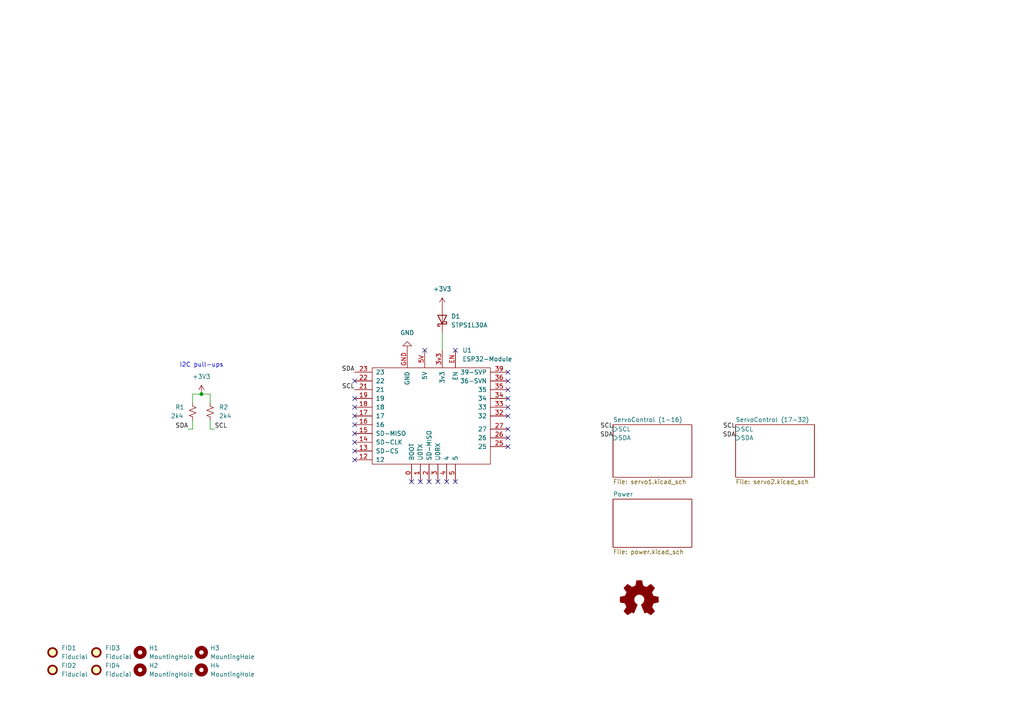
<source format=kicad_sch>
(kicad_sch (version 20211123) (generator eeschema)
  (paper "A4")
  (lib_symbols
    (symbol "Device:D_Schottky" (pin_numbers hide) (pin_names (offset 1.016) hide)
      (property "Reference" "D" (at 0 2.54 0))
      (property "Value" "D_Schottky" (at 0 -2.54 0))
      (symbol "D_Schottky_0_1"
        (polyline (pts (xy 1.27 0) (xy -1.27 0)))
        (polyline (pts (xy 1.27 1.27) (xy 1.27 -1.27) (xy -1.27 0) (xy 1.27 1.27)) (stroke (width 0.254)))
        (polyline (pts (xy -1.905 0.635) (xy -1.905 1.27) (xy -1.27 1.27) (xy -1.27 -1.27) (xy -0.635 -1.27) (xy -0.635 -0.635)) (stroke (width 0.254)))
      )
      (symbol "D_Schottky_1_1"
        (pin passive line (at -3.81 0 0) (length 2.54) (name "K") (number "1"))
        (pin passive line (at 3.81 0 180) (length 2.54) (name "A") (number "2"))
      )
    )
    (symbol "Device:R_Small_US" (pin_numbers hide) (pin_names (offset 0.254) hide)
      (property "Reference" "R" (at 0.762 0.508 0))
      (property "Value" "R_Small_US" (at 0.762 -1.016 0))
      (symbol "R_Small_US_1_1"
        (polyline (pts (xy 0 0) (xy 1.016 -0.381) (xy 0 -0.762) (xy -1.016 -1.143) (xy 0 -1.524)))
        (polyline (pts (xy 0 1.524) (xy 1.016 1.143) (xy 0 0.762) (xy -1.016 0.381) (xy 0 0)))
        (pin passive line (at 0 2.54 270) (length 1.016) (name "~") (number "1"))
        (pin passive line (at 0 -2.54 90) (length 1.016) (name "~") (number "2"))
      )
    )
    (symbol "Graphic:Logo_Open_Hardware_Small" (pin_names (offset 1.016))
      (symbol "Logo_Open_Hardware_Small_0_1"
        (polyline (pts (xy 3.3528 -4.3434) (xy 3.302 -4.318) (xy 3.175 -4.2418) (xy 2.9972 -4.1148) (xy 2.7686 -3.9624) (xy 2.54 -3.81) (xy 2.3622 -3.7084) (xy 2.2352 -3.6068) (xy 2.1844 -3.5814) (xy 2.159 -3.6068) (xy 2.0574 -3.6576) (xy 1.905 -3.7338) (xy 1.8034 -3.7846) (xy 1.6764 -3.8354) (xy 1.6002 -3.8354) (xy 1.6002 -3.8354) (xy 1.5494 -3.7338) (xy 1.4732 -3.5306) (xy 1.3462 -3.302) (xy 1.2446 -3.0226) (xy 1.1176 -2.7178) (xy 0.9652 -2.413) (xy 0.8636 -2.1082) (xy 0.7366 -1.8288) (xy 0.6604 -1.6256) (xy 0.6096 -1.4732) (xy 0.5842 -1.397) (xy 0.5842 -1.397) (xy 0.6604 -1.3208) (xy 0.7874 -1.2446) (xy 1.0414 -1.016) (xy 1.2954 -0.6858) (xy 1.4478 -0.3302) (xy 1.524 0.0762) (xy 1.4732 0.4572) (xy 1.3208 0.8128) (xy 1.0668 1.143) (xy 0.762 1.3716) (xy 0.4064 1.524) (xy 0 1.5748) (xy -0.381 1.5494) (xy -0.7366 1.397) (xy -1.0668 1.143) (xy -1.2192 0.9906) (xy -1.397 0.6604) (xy -1.524 0.3048) (xy -1.524 0.2286) (xy -1.4986 -0.1778) (xy -1.397 -0.5334) (xy -1.1938 -0.8636) (xy -0.9144 -1.143) (xy -0.8636 -1.1684) (xy -0.7366 -1.27) (xy -0.635 -1.3462) (xy -0.5842 -1.397) (xy -1.0668 -2.5908) (xy -1.143 -2.794) (xy -1.2954 -3.1242) (xy -1.397 -3.4036) (xy -1.4986 -3.6322) (xy -1.5748 -3.7846) (xy -1.6002 -3.8354) (xy -1.6002 -3.8354) (xy -1.651 -3.8354) (xy -1.7272 -3.81) (xy -1.905 -3.7338) (xy -2.0066 -3.683) (xy -2.1336 -3.6068) (xy -2.2098 -3.5814) (xy -2.2606 -3.6068) (xy -2.3622 -3.683) (xy -2.54 -3.81) (xy -2.7686 -3.9624) (xy -2.9718 -4.0894) (xy -3.1496 -4.2164) (xy -3.302 -4.318) (xy -3.3528 -4.3434) (xy -3.3782 -4.3434) (xy -3.429 -4.318) (xy -3.5306 -4.2164) (xy -3.7084 -4.064) (xy -3.937 -3.8354) (xy -3.9624 -3.81) (xy -4.1656 -3.6068) (xy -4.318 -3.4544) (xy -4.4196 -3.3274) (xy -4.445 -3.2766) (xy -4.445 -3.2766) (xy -4.4196 -3.2258) (xy -4.318 -3.0734) (xy -4.2164 -2.8956) (xy -4.064 -2.667) (xy -3.6576 -2.0828) (xy -3.8862 -1.5494) (xy -3.937 -1.3716) (xy -4.0386 -1.1684) (xy -4.0894 -1.0414) (xy -4.1148 -0.9652) (xy -4.191 -0.9398) (xy -4.318 -0.9144) (xy -4.5466 -0.8636) (xy -4.8006 -0.8128) (xy -5.0546 -0.7874) (xy -5.2578 -0.7366) (xy -5.4356 -0.7112) (xy -5.5118 -0.6858) (xy -5.5118 -0.6858) (xy -5.5372 -0.635) (xy -5.5372 -0.5588) (xy -5.5372 -0.4318) (xy -5.5626 -0.2286) (xy -5.5626 0.0762) (xy -5.5626 0.127) (xy -5.5372 0.4064) (xy -5.5372 0.635) (xy -5.5372 0.762) (xy -5.5372 0.8382) (xy -5.5372 0.8382) (xy -5.461 0.8382) (xy -5.3086 0.889) (xy -5.08 0.9144) (xy -4.826 0.9652) (xy -4.8006 0.9906) (xy -4.5466 1.0414) (xy -4.318 1.0668) (xy -4.1656 1.1176) (xy -4.0894 1.143) (xy -4.0894 1.143) (xy -4.0386 1.2446) (xy -3.9624 1.4224) (xy -3.8608 1.6256) (xy -3.7846 1.8288) (xy -3.7084 2.0066) (xy -3.6576 2.159) (xy -3.6322 2.2098) (xy -3.6322 2.2098) (xy -3.683 2.286) (xy -3.7592 2.413) (xy -3.8862 2.5908) (xy -4.064 2.8194) (xy -4.064 2.8448) (xy -4.2164 3.0734) (xy -4.3434 3.2512) (xy -4.4196 3.3782) (xy -4.445 3.4544) (xy -4.445 3.4544) (xy -4.3942 3.5052) (xy -4.2926 3.6322) (xy -4.1148 3.81) (xy -3.937 4.0132) (xy -3.8608 4.064) (xy -3.6576 4.2926) (xy -3.5052 4.4196) (xy -3.4036 4.4958) (xy -3.3528 4.5212) (xy -3.3528 4.5212) (xy -3.302 4.4704) (xy -3.1496 4.3688) (xy -2.9718 4.2418) (xy -2.7432 4.0894) (xy -2.7178 4.0894) (xy -2.4892 3.937) (xy -2.3114 3.81) (xy -2.1844 3.7084) (xy -2.1336 3.683) (xy -2.1082 3.683) (xy -2.032 3.7084) (xy -1.8542 3.7592) (xy -1.6764 3.8354) (xy -1.4732 3.937) (xy -1.27 4.0132) (xy -1.143 4.064) (xy -1.0668 4.1148) (xy -1.0668 4.1148) (xy -1.0414 4.191) (xy -1.016 4.3434) (xy -0.9652 4.572) (xy -0.9144 4.8514) (xy -0.889 4.9022) (xy -0.8382 5.1562) (xy -0.8128 5.3848) (xy -0.7874 5.5372) (xy -0.762 5.588) (xy -0.7112 5.6134) (xy -0.5842 5.6134) (xy -0.4064 5.6134) (xy -0.1524 5.6134) (xy 0.0762 5.6134) (xy 0.3302 5.6134) (xy 0.5334 5.6134) (xy 0.6858 5.588) (xy 0.7366 5.588) (xy 0.7366 5.588) (xy 0.762 5.5118) (xy 0.8128 5.334) (xy 0.8382 5.1054) (xy 0.9144 4.826) (xy 0.9144 4.7752) (xy 0.9652 4.5212) (xy 1.016 4.2926) (xy 1.0414 4.1402) (xy 1.0668 4.0894) (xy 1.0668 4.0894) (xy 1.1938 4.0386) (xy 1.3716 3.9624) (xy 1.5748 3.8608) (xy 2.0828 3.6576) (xy 2.7178 4.0894) (xy 2.7686 4.1402) (xy 2.9972 4.2926) (xy 3.175 4.4196) (xy 3.302 4.4958) (xy 3.3782 4.5212) (xy 3.3782 4.5212) (xy 3.429 4.4704) (xy 3.556 4.3434) (xy 3.7338 4.191) (xy 3.9116 3.9878) (xy 4.064 3.8354) (xy 4.2418 3.6576) (xy 4.3434 3.556) (xy 4.4196 3.4798) (xy 4.4196 3.429) (xy 4.4196 3.4036) (xy 4.3942 3.3274) (xy 4.2926 3.2004) (xy 4.1656 2.9972) (xy 4.0132 2.794) (xy 3.8862 2.5908) (xy 3.7592 2.3876) (xy 3.6576 2.2352) (xy 3.6322 2.159) (xy 3.6322 2.1336) (xy 3.683 2.0066) (xy 3.7592 1.8288) (xy 3.8608 1.6002) (xy 4.064 1.1176) (xy 4.3942 1.0414) (xy 4.5974 1.016) (xy 4.8768 0.9652) (xy 5.1308 0.9144) (xy 5.5372 0.8382) (xy 5.5626 -0.6604) (xy 5.4864 -0.6858) (xy 5.4356 -0.6858) (xy 5.2832 -0.7366) (xy 5.0546 -0.762) (xy 4.8006 -0.8128) (xy 4.5974 -0.8636) (xy 4.3688 -0.9144) (xy 4.2164 -0.9398) (xy 4.1402 -0.9398) (xy 4.1148 -0.9652) (xy 4.064 -1.0668) (xy 3.9878 -1.2446) (xy 3.9116 -1.4478) (xy 3.81 -1.651) (xy 3.7338 -1.8542) (xy 3.683 -2.0066) (xy 3.6576 -2.0828) (xy 3.683 -2.1336) (xy 3.7846 -2.2606) (xy 3.8862 -2.4638) (xy 4.0386 -2.667) (xy 4.191 -2.8956) (xy 4.318 -3.0734) (xy 4.3942 -3.2004) (xy 4.445 -3.2766) (xy 4.4196 -3.3274) (xy 4.3434 -3.429) (xy 4.1656 -3.5814) (xy 3.937 -3.8354) (xy 3.8862 -3.8608) (xy 3.683 -4.064) (xy 3.5306 -4.2164) (xy 3.4036 -4.318) (xy 3.3528 -4.3434)) (fill (type outline)))
      )
    )
    (symbol "Mechanical:Fiducial"
      (property "Reference" "FID" (at 0 5.08 0))
      (property "Value" "Fiducial" (at 0 3.175 0))
      (symbol "Fiducial_0_1"
        (circle (center 0 0) (radius 1.27) (stroke (width 0.508)) (fill (type background)))
      )
    )
    (symbol "Mechanical:MountingHole" (pin_names (offset 1.016))
      (property "Reference" "H" (at 0 5.08 0))
      (property "Value" "MountingHole" (at 0 3.175 0))
      (symbol "MountingHole_0_1"
        (circle (center 0 0) (radius 1.27) (stroke (width 1.27)))
      )
    )
    (symbol "TTGO-T1-DEVKITC:ESP32-Module" (pin_names (offset 1.016))
      (property "Reference" "U" (at -10.16 21.59 0))
      (property "Value" "ESP32-Module" (at 5.08 10.16 0))
      (symbol "ESP32-Module_0_1"
        (rectangle (start -12.7 20.32) (end 21.59 -7.62))
      )
      (symbol "ESP32-Module_1_1"
        (pin bidirectional line (at -1.27 -12.7 90) (length 5.08) (name "BOOT") (number "0"))
        (pin bidirectional line (at 1.27 -12.7 90) (length 5.08) (name "U0TX") (number "1"))
        (pin bidirectional line (at -17.78 -6.35 0) (length 5.08) (name "12") (number "12"))
        (pin bidirectional line (at -17.78 -3.81 0) (length 5.08) (name "SD-CS") (number "13"))
        (pin bidirectional line (at -17.78 -1.27 0) (length 5.08) (name "SD-CLK") (number "14"))
        (pin bidirectional line (at -17.78 1.27 0) (length 5.08) (name "SD-MISO") (number "15"))
        (pin bidirectional line (at -17.78 3.81 0) (length 5.08) (name "16") (number "16"))
        (pin bidirectional line (at -17.78 6.35 0) (length 5.08) (name "17") (number "17"))
        (pin bidirectional line (at -17.78 8.89 0) (length 5.08) (name "18") (number "18"))
        (pin bidirectional line (at -17.78 11.43 0) (length 5.08) (name "19") (number "19"))
        (pin bidirectional line (at 3.81 -12.7 90) (length 5.08) (name "SD-MISO") (number "2"))
        (pin bidirectional line (at -17.78 13.97 0) (length 5.08) (name "21") (number "21"))
        (pin bidirectional line (at -17.78 16.51 0) (length 5.08) (name "22") (number "22"))
        (pin bidirectional line (at -17.78 19.05 0) (length 5.08) (name "23") (number "23"))
        (pin bidirectional line (at 26.67 -2.54 180) (length 5.08) (name "25") (number "25"))
        (pin bidirectional line (at 26.67 0 180) (length 5.08) (name "26") (number "26"))
        (pin bidirectional line (at 26.67 2.54 180) (length 5.08) (name "27") (number "27"))
        (pin bidirectional line (at 6.35 -12.7 90) (length 5.08) (name "U0RX") (number "3"))
        (pin bidirectional line (at 26.67 6.35 180) (length 5.08) (name "32") (number "32"))
        (pin bidirectional line (at 26.67 8.89 180) (length 5.08) (name "33") (number "33"))
        (pin input line (at 26.67 11.43 180) (length 5.08) (name "34") (number "34"))
        (pin input line (at 26.67 13.97 180) (length 5.08) (name "35") (number "35"))
        (pin input line (at 26.67 16.51 180) (length 5.08) (name "36-SVN") (number "36"))
        (pin input line (at 26.67 19.05 180) (length 5.08) (name "39-SVP") (number "39"))
        (pin power_in line (at 7.62 25.4 270) (length 5.08) (name "3v3") (number "3v3"))
        (pin bidirectional line (at 8.89 -12.7 90) (length 5.08) (name "4") (number "4"))
        (pin bidirectional line (at 11.43 -12.7 90) (length 5.08) (name "5") (number "5"))
        (pin power_in line (at 2.54 25.4 270) (length 5.08) (name "5V") (number "5V"))
        (pin input line (at 11.43 25.4 270) (length 5.08) (name "EN") (number "EN"))
        (pin power_in line (at -2.54 25.4 270) (length 5.08) (name "GND") (number "GND"))
      )
    )
    (symbol "power:+3V3" (power) (pin_names (offset 0))
      (property "Value" "+3V3" (at 0 3.556 0))
      (symbol "+3V3_0_1"
        (polyline (pts (xy -0.762 1.27) (xy 0 2.54)))
        (polyline (pts (xy 0 0) (xy 0 2.54)))
        (polyline (pts (xy 0 2.54) (xy 0.762 1.27)))
      )
      (symbol "+3V3_1_1"
        (pin power_in line (at 0 0 90) (length 0) hide (name "+3V3") (number "1"))
      )
    )
    (symbol "power:GND" (power) (pin_names (offset 0))
      (property "Value" "GND" (at 0 -3.81 0))
      (symbol "GND_0_1"
        (polyline (pts (xy 0 0) (xy 0 -1.27) (xy 1.27 -1.27) (xy 0 -2.54) (xy -1.27 -1.27) (xy 0 -1.27)))
      )
      (symbol "GND_1_1"
        (pin power_in line (at 0 0 270) (length 0) hide (name "GND") (number "1"))
      )
    )
  )
  (junction (at 58.42 114.3))
  (no_connect (at 127 139.7))
  (no_connect (at 121.92 139.7))
  (no_connect (at 119.38 139.7))
  (no_connect (at 132.08 101.6))
  (no_connect (at 102.87 133.35))
  (no_connect (at 102.87 130.81))
  (no_connect (at 102.87 128.27))
  (no_connect (at 102.87 125.73))
  (no_connect (at 132.08 139.7))
  (no_connect (at 129.54 139.7))
  (no_connect (at 124.46 139.7))
  (no_connect (at 102.87 115.57))
  (no_connect (at 102.87 123.19))
  (no_connect (at 102.87 120.65))
  (no_connect (at 102.87 118.11))
  (no_connect (at 147.32 107.95))
  (no_connect (at 147.32 110.49))
  (no_connect (at 147.32 113.03))
  (no_connect (at 147.32 115.57))
  (no_connect (at 147.32 118.11))
  (no_connect (at 147.32 120.65))
  (no_connect (at 147.32 124.46))
  (no_connect (at 147.32 127))
  (no_connect (at 147.32 129.54))
  (no_connect (at 102.87 110.49))
  (no_connect (at 123.19 101.6))
  (wire (pts (xy 55.88 124.46) (xy 54.61 124.46)))
  (wire (pts (xy 60.96 121.92) (xy 60.96 124.46)))
  (wire (pts (xy 60.96 114.3) (xy 60.96 116.84)))
  (wire (pts (xy 55.88 121.92) (xy 55.88 124.46)))
  (wire (pts (xy 58.42 114.3) (xy 55.88 114.3)))
  (wire (pts (xy 58.42 114.3) (xy 60.96 114.3)))
  (wire (pts (xy 55.88 114.3) (xy 55.88 116.84)))
  (wire (pts (xy 60.96 124.46) (xy 62.23 124.46)))
  (wire (pts (xy 128.27 96.52) (xy 128.27 101.6)))
  (text "I2C pull-ups" (at 52.07 106.68 0) (effects (font (size 1.27 1.27)) (justify left bottom)))
  (label "SDA" (at 54.61 124.46 180))
  (label "SDA" (at 177.8 127 180))
  (label "SDA" (at 213.36 127 180))
  (label "SCL" (at 102.87 113.03 180))
  (label "SDA" (at 102.87 107.95 180))
  (label "SCL" (at 177.8 124.46 180))
  (label "SCL" (at 62.23 124.46 0))
  (label "SCL" (at 213.36 124.46 180))
  (symbol (lib_id "Mechanical:Fiducial") (at 15.24 194.31 0) (unit 1)
    (property "Reference" "FID2" (at 17.78 193.0399 0) (effects (justify left)))
    (property "Value" "Fiducial" (at 17.78 195.5799 0) (effects (justify left)))
    (property "Footprint" "Fiducial:Fiducial_0.5mm_Mask1mm" (effects hide))
  )
  (symbol (lib_id "power:+3V3") (at 128.27 88.9 0) (unit 1)
    (property "Reference" "#PWR03" (effects hide))
    (property "Value" "+3V3" (at 128.27 83.82 0))
  )
  (symbol (lib_id "Mechanical:Fiducial") (at 15.24 189.23 0) (unit 1)
    (property "Reference" "FID1" (at 17.78 187.9599 0) (effects (justify left)))
    (property "Value" "Fiducial" (at 17.78 190.4999 0) (effects (justify left)))
    (property "Footprint" "Fiducial:Fiducial_0.5mm_Mask1mm" (effects hide))
  )
  (symbol (lib_id "Device:R_Small_US") (at 60.96 119.38 0) (unit 1)
    (property "Reference" "R2" (at 63.5 118.1099 0) (effects (justify left)))
    (property "Value" "2k4" (at 63.5 120.6499 0) (effects (justify left)))
    (property "Footprint" "Resistor_SMD:R_0603_1608Metric_Pad0.98x0.95mm_HandSolder" (effects hide))
  )
  (symbol (lib_id "power:GND") (at 118.11 101.6 180) (unit 1)
    (property "Reference" "#PWR02" (effects hide))
    (property "Value" "GND" (at 118.11 96.52 0))
  )
  (symbol (lib_id "Mechanical:Fiducial") (at 27.94 189.23 0) (unit 1)
    (property "Reference" "FID3" (at 30.48 187.9599 0) (effects (justify left)))
    (property "Value" "Fiducial" (at 30.48 190.4999 0) (effects (justify left)))
    (property "Footprint" "Fiducial:Fiducial_0.5mm_Mask1mm" (effects hide))
  )
  (symbol (lib_id "Mechanical:MountingHole") (at 58.42 194.31 0) (unit 1)
    (property "Reference" "H4" (at 60.96 193.0399 0) (effects (justify left)))
    (property "Value" "MountingHole" (at 60.96 195.5799 0) (effects (justify left)))
    (property "Footprint" "MountingHole:MountingHole_3.2mm_M3_Pad" (effects hide))
  )
  (symbol (lib_id "Device:D_Schottky") (at 128.27 92.71 90) (unit 1)
    (property "Reference" "D1" (at 130.81 91.7574 90) (effects (justify right)))
    (property "Value" "STPS1L30A" (at 130.81 94.2974 90) (effects (justify right)))
    (property "Footprint" "Diode_SMD:D_SMA_Handsoldering" (effects hide))
    (property "Mouser" "511-STPS1L30AFN" (effects hide))
  )
  (symbol (lib_id "Device:R_Small_US") (at 55.88 119.38 0) (unit 1)
    (property "Reference" "R1" (at 50.8 118.11 0) (effects (justify left)))
    (property "Value" "2k4" (at 49.53 120.65 0) (effects (justify left)))
    (property "Footprint" "Resistor_SMD:R_0603_1608Metric_Pad0.98x0.95mm_HandSolder" (effects hide))
  )
  (symbol (lib_id "Mechanical:MountingHole") (at 58.42 189.23 0) (unit 1)
    (property "Reference" "H3" (at 60.96 187.9599 0) (effects (justify left)))
    (property "Value" "MountingHole" (at 60.96 190.4999 0) (effects (justify left)))
    (property "Footprint" "MountingHole:MountingHole_3.2mm_M3_Pad" (effects hide))
  )
  (symbol (lib_id "power:+3V3") (at 58.42 114.3 0) (unit 1)
    (property "Reference" "#PWR01" (effects hide))
    (property "Value" "+3V3" (at 58.42 109.22 0))
  )
  (symbol (lib_id "Mechanical:MountingHole") (at 40.64 189.23 0) (unit 1)
    (property "Reference" "H1" (at 43.18 187.9599 0) (effects (justify left)))
    (property "Value" "MountingHole" (at 43.18 190.4999 0) (effects (justify left)))
    (property "Footprint" "MountingHole:MountingHole_3.2mm_M3_Pad" (effects hide))
  )
  (symbol (lib_id "Mechanical:MountingHole") (at 40.64 194.31 0) (unit 1)
    (property "Reference" "H2" (at 43.18 193.0399 0) (effects (justify left)))
    (property "Value" "MountingHole" (at 43.18 195.5799 0) (effects (justify left)))
    (property "Footprint" "MountingHole:MountingHole_3.2mm_M3_Pad" (effects hide))
  )
  (symbol (lib_id "Graphic:Logo_Open_Hardware_Small") (at 185.42 173.99 0) (unit 1)
    (property "Reference" "#LOGO1" (effects hide))
    (property "Value" "Logo_Open_Hardware_Small" (effects hide))
  )
  (symbol (lib_id "Mechanical:Fiducial") (at 27.94 194.31 0) (unit 1)
    (property "Reference" "FID4" (at 30.48 193.0399 0) (effects (justify left)))
    (property "Value" "Fiducial" (at 30.48 195.5799 0) (effects (justify left)))
    (property "Footprint" "Fiducial:Fiducial_0.5mm_Mask1mm" (effects hide))
  )
  (symbol (lib_id "TTGO-T1-DEVKITC:ESP32-Module") (at 120.65 127 0) (unit 1)
    (property "Reference" "U1" (at 134.0994 101.6 0) (effects (justify left)))
    (property "Value" "ESP32-Module" (at 134.0994 104.14 0) (effects (justify left)))
    (property "Footprint" "Components:TTGO-T1-DEVKIT-C" (effects hide))
  )
  (sheet (at 177.8 123.19) (size 22.86 15.24) (stroke (width 0.1524))
    (property "Sheet name" "ServoControl (1-16)" (at 177.8 122.4784 0) (effects (justify left bottom)))
    (property "Sheet file" "servo1.kicad_sch" (at 177.8 139.0146 0) (effects (justify left top)))
    (pin "SCL" input (at 177.8 124.46 180))
    (pin "SDA" input (at 177.8 127 180))
  )
  (sheet (at 177.8 144.78) (size 22.86 13.97) (stroke (width 0.1524))
    (property "Sheet name" "Power" (at 177.8 144.0684 0) (effects (justify left bottom)))
    (property "Sheet file" "power.kicad_sch" (at 177.8 159.3346 0) (effects (justify left top)))
  )
  (sheet (at 213.36 123.19) (size 22.86 15.24) (stroke (width 0.1524))
    (property "Sheet name" "ServoControl (17-32)" (at 213.36 122.4784 0) (effects (justify left bottom)))
    (property "Sheet file" "servo2.kicad_sch" (at 213.36 139.0146 0) (effects (justify left top)))
    (pin "SCL" input (at 213.36 124.46 180))
    (pin "SDA" input (at 213.36 127 180))
  )
)
</source>
